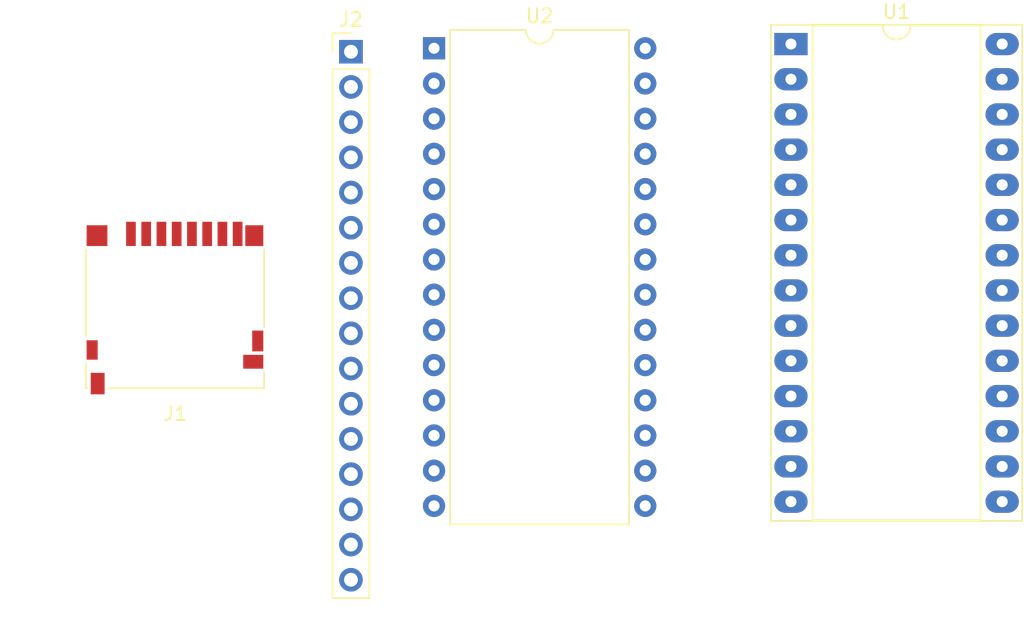
<source format=kicad_pcb>
(kicad_pcb (version 20171130) (host pcbnew "(5.0.0)")

  (general
    (thickness 1.6)
    (drawings 0)
    (tracks 0)
    (zones 0)
    (modules 4)
    (nets 56)
  )

  (page A4)
  (layers
    (0 F.Cu signal)
    (31 B.Cu signal)
    (32 B.Adhes user)
    (33 F.Adhes user)
    (34 B.Paste user)
    (35 F.Paste user)
    (36 B.SilkS user)
    (37 F.SilkS user)
    (38 B.Mask user)
    (39 F.Mask user)
    (40 Dwgs.User user)
    (41 Cmts.User user)
    (42 Eco1.User user)
    (43 Eco2.User user)
    (44 Edge.Cuts user)
    (45 Margin user)
    (46 B.CrtYd user)
    (47 F.CrtYd user)
    (48 B.Fab user)
    (49 F.Fab user)
  )

  (setup
    (last_trace_width 0.25)
    (trace_clearance 0.2)
    (zone_clearance 0.508)
    (zone_45_only no)
    (trace_min 0.2)
    (segment_width 0.2)
    (edge_width 0.15)
    (via_size 0.8)
    (via_drill 0.4)
    (via_min_size 0.4)
    (via_min_drill 0.3)
    (uvia_size 0.3)
    (uvia_drill 0.1)
    (uvias_allowed no)
    (uvia_min_size 0.2)
    (uvia_min_drill 0.1)
    (pcb_text_width 0.3)
    (pcb_text_size 1.5 1.5)
    (mod_edge_width 0.15)
    (mod_text_size 1 1)
    (mod_text_width 0.15)
    (pad_size 1.524 1.524)
    (pad_drill 0.762)
    (pad_to_mask_clearance 0.2)
    (aux_axis_origin 0 0)
    (visible_elements 7FFFFFFF)
    (pcbplotparams
      (layerselection 0x010fc_ffffffff)
      (usegerberextensions false)
      (usegerberattributes false)
      (usegerberadvancedattributes false)
      (creategerberjobfile false)
      (excludeedgelayer true)
      (linewidth 0.100000)
      (plotframeref false)
      (viasonmask false)
      (mode 1)
      (useauxorigin false)
      (hpglpennumber 1)
      (hpglpenspeed 20)
      (hpglpendiameter 15.000000)
      (psnegative false)
      (psa4output false)
      (plotreference true)
      (plotvalue true)
      (plotinvisibletext false)
      (padsonsilk false)
      (subtractmaskfromsilk false)
      (outputformat 1)
      (mirror false)
      (drillshape 1)
      (scaleselection 1)
      (outputdirectory ""))
  )

  (net 0 "")
  (net 1 "Net-(U1-Pad23)")
  (net 2 "Net-(U1-Pad24)")
  (net 3 "Net-(U1-Pad26)")
  (net 4 "Net-(U1-Pad27)")
  (net 5 "Net-(J1-Pad3)")
  (net 6 "Net-(J1-Pad4)")
  (net 7 "Net-(J1-Pad6)")
  (net 8 "Net-(C2-Pad2)")
  (net 9 /D0)
  (net 10 "Net-(C2-Pad1)")
  (net 11 /D1)
  (net 12 "Net-(C1-Pad1)")
  (net 13 /D2)
  (net 14 "Net-(C1-Pad2)")
  (net 15 /D3)
  (net 16 /D4)
  (net 17 /D5)
  (net 18 /R~W)
  (net 19 /D6)
  (net 20 /D7)
  (net 21 /A0)
  (net 22 /A1)
  (net 23 /A2)
  (net 24 +5V)
  (net 25 /A3)
  (net 26 /A4)
  (net 27 GND)
  (net 28 +12V)
  (net 29 "Net-(J1-Pad10)")
  (net 30 "Net-(J1-Pad11)")
  (net 31 "Net-(J1-Pad1)")
  (net 32 "Net-(J1-Pad2)")
  (net 33 "Net-(J1-Pad5)")
  (net 34 "Net-(J1-Pad7)")
  (net 35 "Net-(J1-Pad9)")
  (net 36 "Net-(J1-Pad8)")
  (net 37 /~SID_RES)
  (net 38 /SID_CLK)
  (net 39 /~SID_CS)
  (net 40 /A12)
  (net 41 /A7)
  (net 42 /A6)
  (net 43 /A5)
  (net 44 /A10)
  (net 45 /~EPROM_OE)
  (net 46 /A11)
  (net 47 /A9)
  (net 48 /A8)
  (net 49 /A13)
  (net 50 /A14)
  (net 51 "Net-(J2-Pad3)")
  (net 52 /LCD_RS)
  (net 53 /LCD_E)
  (net 54 "Net-(J2-Pad15)")
  (net 55 "Net-(J2-Pad16)")

  (net_class Default "This is the default net class."
    (clearance 0.2)
    (trace_width 0.25)
    (via_dia 0.8)
    (via_drill 0.4)
    (uvia_dia 0.3)
    (uvia_drill 0.1)
    (add_net +12V)
    (add_net +5V)
    (add_net /A0)
    (add_net /A1)
    (add_net /A10)
    (add_net /A11)
    (add_net /A12)
    (add_net /A13)
    (add_net /A14)
    (add_net /A2)
    (add_net /A3)
    (add_net /A4)
    (add_net /A5)
    (add_net /A6)
    (add_net /A7)
    (add_net /A8)
    (add_net /A9)
    (add_net /D0)
    (add_net /D1)
    (add_net /D2)
    (add_net /D3)
    (add_net /D4)
    (add_net /D5)
    (add_net /D6)
    (add_net /D7)
    (add_net /LCD_E)
    (add_net /LCD_RS)
    (add_net /R~W)
    (add_net /SID_CLK)
    (add_net /~EPROM_OE)
    (add_net /~SID_CS)
    (add_net /~SID_RES)
    (add_net GND)
    (add_net "Net-(C1-Pad1)")
    (add_net "Net-(C1-Pad2)")
    (add_net "Net-(C2-Pad1)")
    (add_net "Net-(C2-Pad2)")
    (add_net "Net-(J1-Pad1)")
    (add_net "Net-(J1-Pad10)")
    (add_net "Net-(J1-Pad11)")
    (add_net "Net-(J1-Pad2)")
    (add_net "Net-(J1-Pad3)")
    (add_net "Net-(J1-Pad4)")
    (add_net "Net-(J1-Pad5)")
    (add_net "Net-(J1-Pad6)")
    (add_net "Net-(J1-Pad7)")
    (add_net "Net-(J1-Pad8)")
    (add_net "Net-(J1-Pad9)")
    (add_net "Net-(J2-Pad15)")
    (add_net "Net-(J2-Pad16)")
    (add_net "Net-(J2-Pad3)")
    (add_net "Net-(U1-Pad23)")
    (add_net "Net-(U1-Pad24)")
    (add_net "Net-(U1-Pad26)")
    (add_net "Net-(U1-Pad27)")
  )

  (module Connector_PinHeader_2.54mm:PinHeader_1x16_P2.54mm_Vertical (layer F.Cu) (tedit 59FED5CC) (tstamp 5BE7764C)
    (at 134.62 88.185001)
    (descr "Through hole straight pin header, 1x16, 2.54mm pitch, single row")
    (tags "Through hole pin header THT 1x16 2.54mm single row")
    (path /5BC33065)
    (fp_text reference J2 (at 0 -2.33) (layer F.SilkS)
      (effects (font (size 1 1) (thickness 0.15)))
    )
    (fp_text value "LCD Connector" (at 0 40.43) (layer F.Fab)
      (effects (font (size 1 1) (thickness 0.15)))
    )
    (fp_line (start -0.635 -1.27) (end 1.27 -1.27) (layer F.Fab) (width 0.1))
    (fp_line (start 1.27 -1.27) (end 1.27 39.37) (layer F.Fab) (width 0.1))
    (fp_line (start 1.27 39.37) (end -1.27 39.37) (layer F.Fab) (width 0.1))
    (fp_line (start -1.27 39.37) (end -1.27 -0.635) (layer F.Fab) (width 0.1))
    (fp_line (start -1.27 -0.635) (end -0.635 -1.27) (layer F.Fab) (width 0.1))
    (fp_line (start -1.33 39.43) (end 1.33 39.43) (layer F.SilkS) (width 0.12))
    (fp_line (start -1.33 1.27) (end -1.33 39.43) (layer F.SilkS) (width 0.12))
    (fp_line (start 1.33 1.27) (end 1.33 39.43) (layer F.SilkS) (width 0.12))
    (fp_line (start -1.33 1.27) (end 1.33 1.27) (layer F.SilkS) (width 0.12))
    (fp_line (start -1.33 0) (end -1.33 -1.33) (layer F.SilkS) (width 0.12))
    (fp_line (start -1.33 -1.33) (end 0 -1.33) (layer F.SilkS) (width 0.12))
    (fp_line (start -1.8 -1.8) (end -1.8 39.9) (layer F.CrtYd) (width 0.05))
    (fp_line (start -1.8 39.9) (end 1.8 39.9) (layer F.CrtYd) (width 0.05))
    (fp_line (start 1.8 39.9) (end 1.8 -1.8) (layer F.CrtYd) (width 0.05))
    (fp_line (start 1.8 -1.8) (end -1.8 -1.8) (layer F.CrtYd) (width 0.05))
    (fp_text user %R (at 0 19.05 90) (layer F.Fab)
      (effects (font (size 1 1) (thickness 0.15)))
    )
    (pad 1 thru_hole rect (at 0 0) (size 1.7 1.7) (drill 1) (layers *.Cu *.Mask)
      (net 27 GND))
    (pad 2 thru_hole oval (at 0 2.54) (size 1.7 1.7) (drill 1) (layers *.Cu *.Mask)
      (net 24 +5V))
    (pad 3 thru_hole oval (at 0 5.08) (size 1.7 1.7) (drill 1) (layers *.Cu *.Mask)
      (net 51 "Net-(J2-Pad3)"))
    (pad 4 thru_hole oval (at 0 7.62) (size 1.7 1.7) (drill 1) (layers *.Cu *.Mask)
      (net 52 /LCD_RS))
    (pad 5 thru_hole oval (at 0 10.16) (size 1.7 1.7) (drill 1) (layers *.Cu *.Mask)
      (net 18 /R~W))
    (pad 6 thru_hole oval (at 0 12.7) (size 1.7 1.7) (drill 1) (layers *.Cu *.Mask)
      (net 53 /LCD_E))
    (pad 7 thru_hole oval (at 0 15.24) (size 1.7 1.7) (drill 1) (layers *.Cu *.Mask)
      (net 9 /D0))
    (pad 8 thru_hole oval (at 0 17.78) (size 1.7 1.7) (drill 1) (layers *.Cu *.Mask)
      (net 11 /D1))
    (pad 9 thru_hole oval (at 0 20.32) (size 1.7 1.7) (drill 1) (layers *.Cu *.Mask)
      (net 13 /D2))
    (pad 10 thru_hole oval (at 0 22.86) (size 1.7 1.7) (drill 1) (layers *.Cu *.Mask)
      (net 15 /D3))
    (pad 11 thru_hole oval (at 0 25.4) (size 1.7 1.7) (drill 1) (layers *.Cu *.Mask)
      (net 16 /D4))
    (pad 12 thru_hole oval (at 0 27.94) (size 1.7 1.7) (drill 1) (layers *.Cu *.Mask)
      (net 17 /D5))
    (pad 13 thru_hole oval (at 0 30.48) (size 1.7 1.7) (drill 1) (layers *.Cu *.Mask)
      (net 19 /D6))
    (pad 14 thru_hole oval (at 0 33.02) (size 1.7 1.7) (drill 1) (layers *.Cu *.Mask)
      (net 20 /D7))
    (pad 15 thru_hole oval (at 0 35.56) (size 1.7 1.7) (drill 1) (layers *.Cu *.Mask)
      (net 54 "Net-(J2-Pad15)"))
    (pad 16 thru_hole oval (at 0 38.1) (size 1.7 1.7) (drill 1) (layers *.Cu *.Mask)
      (net 55 "Net-(J2-Pad16)"))
    (model ${KISYS3DMOD}/Connector_PinHeader_2.54mm.3dshapes/PinHeader_1x16_P2.54mm_Vertical.wrl
      (at (xyz 0 0 0))
      (scale (xyz 1 1 1))
      (rotate (xyz 0 0 0))
    )
  )

  (module Package_DIP:DIP-28_W15.24mm (layer F.Cu) (tedit 5A02E8C5) (tstamp 5BE77628)
    (at 140.615001 87.935001)
    (descr "28-lead though-hole mounted DIP package, row spacing 15.24 mm (600 mils)")
    (tags "THT DIP DIL PDIP 2.54mm 15.24mm 600mil")
    (path /5BE6E6C4)
    (fp_text reference U2 (at 7.62 -2.33) (layer F.SilkS)
      (effects (font (size 1 1) (thickness 0.15)))
    )
    (fp_text value 27C256 (at 7.62 35.35) (layer F.Fab)
      (effects (font (size 1 1) (thickness 0.15)))
    )
    (fp_arc (start 7.62 -1.33) (end 6.62 -1.33) (angle -180) (layer F.SilkS) (width 0.12))
    (fp_line (start 1.255 -1.27) (end 14.985 -1.27) (layer F.Fab) (width 0.1))
    (fp_line (start 14.985 -1.27) (end 14.985 34.29) (layer F.Fab) (width 0.1))
    (fp_line (start 14.985 34.29) (end 0.255 34.29) (layer F.Fab) (width 0.1))
    (fp_line (start 0.255 34.29) (end 0.255 -0.27) (layer F.Fab) (width 0.1))
    (fp_line (start 0.255 -0.27) (end 1.255 -1.27) (layer F.Fab) (width 0.1))
    (fp_line (start 6.62 -1.33) (end 1.16 -1.33) (layer F.SilkS) (width 0.12))
    (fp_line (start 1.16 -1.33) (end 1.16 34.35) (layer F.SilkS) (width 0.12))
    (fp_line (start 1.16 34.35) (end 14.08 34.35) (layer F.SilkS) (width 0.12))
    (fp_line (start 14.08 34.35) (end 14.08 -1.33) (layer F.SilkS) (width 0.12))
    (fp_line (start 14.08 -1.33) (end 8.62 -1.33) (layer F.SilkS) (width 0.12))
    (fp_line (start -1.05 -1.55) (end -1.05 34.55) (layer F.CrtYd) (width 0.05))
    (fp_line (start -1.05 34.55) (end 16.3 34.55) (layer F.CrtYd) (width 0.05))
    (fp_line (start 16.3 34.55) (end 16.3 -1.55) (layer F.CrtYd) (width 0.05))
    (fp_line (start 16.3 -1.55) (end -1.05 -1.55) (layer F.CrtYd) (width 0.05))
    (fp_text user %R (at 7.62 16.51) (layer F.Fab)
      (effects (font (size 1 1) (thickness 0.15)))
    )
    (pad 1 thru_hole rect (at 0 0) (size 1.6 1.6) (drill 0.8) (layers *.Cu *.Mask)
      (net 24 +5V))
    (pad 15 thru_hole oval (at 15.24 33.02) (size 1.6 1.6) (drill 0.8) (layers *.Cu *.Mask)
      (net 15 /D3))
    (pad 2 thru_hole oval (at 0 2.54) (size 1.6 1.6) (drill 0.8) (layers *.Cu *.Mask)
      (net 40 /A12))
    (pad 16 thru_hole oval (at 15.24 30.48) (size 1.6 1.6) (drill 0.8) (layers *.Cu *.Mask)
      (net 16 /D4))
    (pad 3 thru_hole oval (at 0 5.08) (size 1.6 1.6) (drill 0.8) (layers *.Cu *.Mask)
      (net 41 /A7))
    (pad 17 thru_hole oval (at 15.24 27.94) (size 1.6 1.6) (drill 0.8) (layers *.Cu *.Mask)
      (net 17 /D5))
    (pad 4 thru_hole oval (at 0 7.62) (size 1.6 1.6) (drill 0.8) (layers *.Cu *.Mask)
      (net 42 /A6))
    (pad 18 thru_hole oval (at 15.24 25.4) (size 1.6 1.6) (drill 0.8) (layers *.Cu *.Mask)
      (net 19 /D6))
    (pad 5 thru_hole oval (at 0 10.16) (size 1.6 1.6) (drill 0.8) (layers *.Cu *.Mask)
      (net 43 /A5))
    (pad 19 thru_hole oval (at 15.24 22.86) (size 1.6 1.6) (drill 0.8) (layers *.Cu *.Mask)
      (net 20 /D7))
    (pad 6 thru_hole oval (at 0 12.7) (size 1.6 1.6) (drill 0.8) (layers *.Cu *.Mask)
      (net 26 /A4))
    (pad 20 thru_hole oval (at 15.24 20.32) (size 1.6 1.6) (drill 0.8) (layers *.Cu *.Mask)
      (net 27 GND))
    (pad 7 thru_hole oval (at 0 15.24) (size 1.6 1.6) (drill 0.8) (layers *.Cu *.Mask)
      (net 25 /A3))
    (pad 21 thru_hole oval (at 15.24 17.78) (size 1.6 1.6) (drill 0.8) (layers *.Cu *.Mask)
      (net 44 /A10))
    (pad 8 thru_hole oval (at 0 17.78) (size 1.6 1.6) (drill 0.8) (layers *.Cu *.Mask)
      (net 23 /A2))
    (pad 22 thru_hole oval (at 15.24 15.24) (size 1.6 1.6) (drill 0.8) (layers *.Cu *.Mask)
      (net 45 /~EPROM_OE))
    (pad 9 thru_hole oval (at 0 20.32) (size 1.6 1.6) (drill 0.8) (layers *.Cu *.Mask)
      (net 22 /A1))
    (pad 23 thru_hole oval (at 15.24 12.7) (size 1.6 1.6) (drill 0.8) (layers *.Cu *.Mask)
      (net 46 /A11))
    (pad 10 thru_hole oval (at 0 22.86) (size 1.6 1.6) (drill 0.8) (layers *.Cu *.Mask)
      (net 21 /A0))
    (pad 24 thru_hole oval (at 15.24 10.16) (size 1.6 1.6) (drill 0.8) (layers *.Cu *.Mask)
      (net 47 /A9))
    (pad 11 thru_hole oval (at 0 25.4) (size 1.6 1.6) (drill 0.8) (layers *.Cu *.Mask)
      (net 9 /D0))
    (pad 25 thru_hole oval (at 15.24 7.62) (size 1.6 1.6) (drill 0.8) (layers *.Cu *.Mask)
      (net 48 /A8))
    (pad 12 thru_hole oval (at 0 27.94) (size 1.6 1.6) (drill 0.8) (layers *.Cu *.Mask)
      (net 11 /D1))
    (pad 26 thru_hole oval (at 15.24 5.08) (size 1.6 1.6) (drill 0.8) (layers *.Cu *.Mask)
      (net 49 /A13))
    (pad 13 thru_hole oval (at 0 30.48) (size 1.6 1.6) (drill 0.8) (layers *.Cu *.Mask)
      (net 13 /D2))
    (pad 27 thru_hole oval (at 15.24 2.54) (size 1.6 1.6) (drill 0.8) (layers *.Cu *.Mask)
      (net 50 /A14))
    (pad 14 thru_hole oval (at 0 33.02) (size 1.6 1.6) (drill 0.8) (layers *.Cu *.Mask)
      (net 27 GND))
    (pad 28 thru_hole oval (at 15.24 0) (size 1.6 1.6) (drill 0.8) (layers *.Cu *.Mask)
      (net 24 +5V))
    (model ${KISYS3DMOD}/Package_DIP.3dshapes/DIP-28_W15.24mm.wrl
      (at (xyz 0 0 0))
      (scale (xyz 1 1 1))
      (rotate (xyz 0 0 0))
    )
  )

  (module microSD:microSD_HC_Hirose_DM3D-SF (layer F.Cu) (tedit 5B82D16A) (tstamp 5BE77539)
    (at 121.92 106.68 180)
    (descr "Micro SD, SMD, right-angle, push-pull (https://media.digikey.com/PDF/Data%20Sheets/Hirose%20PDFs/DM3D-SF.pdf)")
    (tags "Micro SD")
    (path /5BEC49D0)
    (attr smd)
    (fp_text reference J1 (at -0.025 -7.625 180) (layer F.SilkS)
      (effects (font (size 1 1) (thickness 0.15)))
    )
    (fp_text value Micro_SD_Card_Det_Hirose_DM3AT (at -0.025 6.975 180) (layer F.Fab)
      (effects (font (size 1 1) (thickness 0.15)))
    )
    (fp_arc (start 5.475 5.475) (end 5.475 5.725) (angle 90) (layer F.Fab) (width 0.1))
    (fp_arc (start 4.725 4.425) (end 4.725 3.925) (angle 90) (layer F.Fab) (width 0.1))
    (fp_arc (start -5.525 5.475) (end -5.275 5.475) (angle 90) (layer F.Fab) (width 0.1))
    (fp_arc (start -4.775 4.425) (end -5.275 4.425) (angle 90) (layer F.Fab) (width 0.1))
    (fp_arc (start -5.025 9.575) (end -5.025 10.075) (angle 90) (layer F.Fab) (width 0.1))
    (fp_arc (start 4.975 9.575) (end 5.475 9.575) (angle 90) (layer F.Fab) (width 0.1))
    (fp_line (start 6.325 -5.785) (end 6.435 -5.785) (layer F.SilkS) (width 0.12))
    (fp_line (start 0.525 -5.725) (end -1.975 -5.725) (layer Dwgs.User) (width 0.1))
    (fp_line (start 6.375 5.725) (end 6.375 -5.725) (layer F.Fab) (width 0.1))
    (fp_line (start 3.575 0.475) (end 3.575 -1.525) (layer Dwgs.User) (width 0.1))
    (fp_line (start 3.075 0.475) (end 3.575 -0.975) (layer Dwgs.User) (width 0.1))
    (fp_line (start 2.575 0.475) (end 3.275 -1.525) (layer Dwgs.User) (width 0.1))
    (fp_line (start 2.075 0.475) (end 2.775 -1.525) (layer Dwgs.User) (width 0.1))
    (fp_line (start 1.575 0.475) (end 2.275 -1.525) (layer Dwgs.User) (width 0.1))
    (fp_line (start 1.075 0.475) (end 1.775 -1.525) (layer Dwgs.User) (width 0.1))
    (fp_line (start 0.575 0.475) (end 1.275 -1.525) (layer Dwgs.User) (width 0.1))
    (fp_line (start 0.075 0.475) (end 0.775 -1.525) (layer Dwgs.User) (width 0.1))
    (fp_line (start -0.425 0.475) (end 0.275 -1.525) (layer Dwgs.User) (width 0.1))
    (fp_line (start -0.925 0.475) (end -0.225 -1.525) (layer Dwgs.User) (width 0.1))
    (fp_line (start -1.425 0.475) (end -0.725 -1.525) (layer Dwgs.User) (width 0.1))
    (fp_line (start -1.925 0.475) (end -1.225 -1.525) (layer Dwgs.User) (width 0.1))
    (fp_line (start -2.425 0.475) (end -1.725 -1.525) (layer Dwgs.User) (width 0.1))
    (fp_line (start -2.925 0.475) (end -2.225 -1.525) (layer Dwgs.User) (width 0.1))
    (fp_line (start -3.425 0.475) (end -2.725 -1.525) (layer Dwgs.User) (width 0.1))
    (fp_line (start -4.425 0.475) (end -3.725 -1.525) (layer Dwgs.User) (width 0.1))
    (fp_line (start -6.375 5.725) (end -6.375 -5.725) (layer F.Fab) (width 0.1))
    (fp_line (start -4.925 0.475) (end 3.575 0.475) (layer Dwgs.User) (width 0.1))
    (fp_line (start 0.525 -3.875) (end -1.975 -3.875) (layer Dwgs.User) (width 0.1))
    (fp_line (start -4.925 -1.525) (end 3.575 -1.525) (layer Dwgs.User) (width 0.1))
    (fp_line (start -6.92 -6.72) (end 6.88 -6.72) (layer F.CrtYd) (width 0.05))
    (fp_line (start 6.88 -6.72) (end 6.88 6.28) (layer F.CrtYd) (width 0.05))
    (fp_line (start 6.88 6.28) (end -6.92 6.28) (layer F.CrtYd) (width 0.05))
    (fp_line (start -6.92 6.28) (end -6.92 -6.72) (layer F.CrtYd) (width 0.05))
    (fp_line (start -4.925 -1.525) (end -4.925 0.475) (layer Dwgs.User) (width 0.1))
    (fp_line (start -4.925 0.475) (end -4.225 -1.525) (layer Dwgs.User) (width 0.1))
    (fp_line (start -4.225 -1.525) (end -3.725 -1.525) (layer Dwgs.User) (width 0.1))
    (fp_line (start -3.925 0.475) (end -3.225 -1.525) (layer Dwgs.User) (width 0.1))
    (fp_line (start -3.225 -1.525) (end -2.725 -1.525) (layer Dwgs.User) (width 0.1))
    (fp_line (start -6.375 -5.725) (end 6.375 -5.725) (layer F.Fab) (width 0.1))
    (fp_line (start -1.975 -5.725) (end -1.975 -3.875) (layer Dwgs.User) (width 0.1))
    (fp_line (start 0.525 -3.875) (end 0.525 -5.725) (layer Dwgs.User) (width 0.1))
    (fp_line (start -1.925 -3.875) (end -1.525 -5.725) (layer Dwgs.User) (width 0.1))
    (fp_line (start -1.025 -5.725) (end -1.525 -3.875) (layer Dwgs.User) (width 0.1))
    (fp_line (start -1.025 -3.875) (end -0.525 -5.725) (layer Dwgs.User) (width 0.1))
    (fp_line (start -0.025 -5.725) (end -0.525 -3.875) (layer Dwgs.User) (width 0.1))
    (fp_line (start -0.025 -3.875) (end 0.475 -5.725) (layer Dwgs.User) (width 0.1))
    (fp_line (start -5.525 -6.975) (end 4.175 -6.975) (layer F.Fab) (width 0.1))
    (fp_line (start 4.175 -5.725) (end 4.175 -6.975) (layer F.Fab) (width 0.1))
    (fp_line (start -5.525 -5.725) (end -5.525 -6.975) (layer F.Fab) (width 0.1))
    (fp_line (start -4.775 3.925) (end 4.725 3.925) (layer F.Fab) (width 0.1))
    (fp_line (start -6.375 5.725) (end -5.525 5.725) (layer F.Fab) (width 0.1))
    (fp_line (start -5.275 5.475) (end -5.275 4.425) (layer F.Fab) (width 0.1))
    (fp_line (start 5.225 5.475) (end 5.225 4.425) (layer F.Fab) (width 0.1))
    (fp_line (start 5.475 5.725) (end 6.375 5.725) (layer F.Fab) (width 0.1))
    (fp_line (start -5.525 5.725) (end -5.525 9.575) (layer F.Fab) (width 0.1))
    (fp_line (start -5.025 10.075) (end 4.975 10.075) (layer F.Fab) (width 0.1))
    (fp_line (start 5.475 9.575) (end 5.475 5.725) (layer F.Fab) (width 0.1))
    (fp_line (start -6.435 -4.625) (end -6.435 -5.785) (layer F.SilkS) (width 0.12))
    (fp_line (start -6.435 -5.785) (end 4.825 -5.785) (layer F.SilkS) (width 0.12))
    (fp_line (start 6.435 -5.785) (end 6.435 -3.975) (layer F.SilkS) (width 0.12))
    (fp_line (start -6.435 -1.375) (end -6.435 4.225) (layer F.SilkS) (width 0.12))
    (fp_line (start 6.435 -2.075) (end 6.435 4.225) (layer F.SilkS) (width 0.12))
    (fp_text user KEEPOUT (at -0.725 -4.8 180) (layer Cmts.User)
      (effects (font (size 0.4 0.4) (thickness 0.06)))
    )
    (fp_text user %R (at -0.025 1.475 180) (layer F.Fab)
      (effects (font (size 1 1) (thickness 0.1)))
    )
    (fp_text user KEEPOUT (at -0.275 -0.525 180) (layer Cmts.User)
      (effects (font (size 1 1) (thickness 0.1)))
    )
    (pad 10 smd rect (at 5.575 -5.45 180) (size 1 1.55) (layers F.Cu F.Paste F.Mask)
      (net 29 "Net-(J1-Pad10)"))
    (pad 11 smd rect (at 5.625 5.225 180) (size 1.5 1.5) (layers F.Cu F.Paste F.Mask)
      (net 30 "Net-(J1-Pad11)"))
    (pad 1 smd rect (at 3.175 5.35 180) (size 0.7 1.75) (layers F.Cu F.Paste F.Mask)
      (net 31 "Net-(J1-Pad1)"))
    (pad 2 smd rect (at 2.075 5.35 180) (size 0.7 1.75) (layers F.Cu F.Paste F.Mask)
      (net 32 "Net-(J1-Pad2)"))
    (pad 3 smd rect (at 0.975 5.35 180) (size 0.7 1.75) (layers F.Cu F.Paste F.Mask)
      (net 5 "Net-(J1-Pad3)"))
    (pad 4 smd rect (at -0.125 5.35 180) (size 0.7 1.75) (layers F.Cu F.Paste F.Mask)
      (net 6 "Net-(J1-Pad4)"))
    (pad 5 smd rect (at -1.225 5.35 180) (size 0.7 1.75) (layers F.Cu F.Paste F.Mask)
      (net 33 "Net-(J1-Pad5)"))
    (pad 6 smd rect (at -2.325 5.35 180) (size 0.7 1.75) (layers F.Cu F.Paste F.Mask)
      (net 7 "Net-(J1-Pad6)"))
    (pad 7 smd rect (at -3.425 5.35 180) (size 0.7 1.75) (layers F.Cu F.Paste F.Mask)
      (net 34 "Net-(J1-Pad7)"))
    (pad 11 smd rect (at 5.975 -3.025 180) (size 0.8 1.4) (layers F.Cu F.Paste F.Mask)
      (net 30 "Net-(J1-Pad11)"))
    (pad 9 smd rect (at -5.65 -3.875 180) (size 1.45 1) (layers F.Cu F.Paste F.Mask)
      (net 35 "Net-(J1-Pad9)"))
    (pad 11 smd rect (at -5.975 -2.375 180) (size 0.8 1.5) (layers F.Cu F.Paste F.Mask)
      (net 30 "Net-(J1-Pad11)"))
    (pad 11 smd rect (at -5.725 5.225 180) (size 1.3 1.5) (layers F.Cu F.Paste F.Mask)
      (net 30 "Net-(J1-Pad11)"))
    (pad 8 smd rect (at -4.525 5.35 180) (size 0.7 1.75) (layers F.Cu F.Paste F.Mask)
      (net 36 "Net-(J1-Pad8)"))
    (model ${KISYS3DMOD}/Connector_Card.3dshapes/microSD_HC_Hirose_DM3D-SF.wrl
      (at (xyz 0 0 0))
      (scale (xyz 1 1 1))
      (rotate (xyz 0 0 0))
    )
  )

  (module Package_DIP:DIP-28_W15.24mm_Socket_LongPads (layer F.Cu) (tedit 5A02E8C5) (tstamp 5BD050DE)
    (at 166.37 87.63)
    (descr "28-lead though-hole mounted DIP package, row spacing 15.24 mm (600 mils), Socket, LongPads")
    (tags "THT DIP DIL PDIP 2.54mm 15.24mm 600mil Socket LongPads")
    (path /5BC3E16D)
    (fp_text reference U1 (at 7.62 -2.33) (layer F.SilkS)
      (effects (font (size 1 1) (thickness 0.15)))
    )
    (fp_text value 6581SID (at 7.62 35.35) (layer F.Fab)
      (effects (font (size 1 1) (thickness 0.15)))
    )
    (fp_arc (start 7.62 -1.33) (end 6.62 -1.33) (angle -180) (layer F.SilkS) (width 0.12))
    (fp_line (start 1.255 -1.27) (end 14.985 -1.27) (layer F.Fab) (width 0.1))
    (fp_line (start 14.985 -1.27) (end 14.985 34.29) (layer F.Fab) (width 0.1))
    (fp_line (start 14.985 34.29) (end 0.255 34.29) (layer F.Fab) (width 0.1))
    (fp_line (start 0.255 34.29) (end 0.255 -0.27) (layer F.Fab) (width 0.1))
    (fp_line (start 0.255 -0.27) (end 1.255 -1.27) (layer F.Fab) (width 0.1))
    (fp_line (start -1.27 -1.33) (end -1.27 34.35) (layer F.Fab) (width 0.1))
    (fp_line (start -1.27 34.35) (end 16.51 34.35) (layer F.Fab) (width 0.1))
    (fp_line (start 16.51 34.35) (end 16.51 -1.33) (layer F.Fab) (width 0.1))
    (fp_line (start 16.51 -1.33) (end -1.27 -1.33) (layer F.Fab) (width 0.1))
    (fp_line (start 6.62 -1.33) (end 1.56 -1.33) (layer F.SilkS) (width 0.12))
    (fp_line (start 1.56 -1.33) (end 1.56 34.35) (layer F.SilkS) (width 0.12))
    (fp_line (start 1.56 34.35) (end 13.68 34.35) (layer F.SilkS) (width 0.12))
    (fp_line (start 13.68 34.35) (end 13.68 -1.33) (layer F.SilkS) (width 0.12))
    (fp_line (start 13.68 -1.33) (end 8.62 -1.33) (layer F.SilkS) (width 0.12))
    (fp_line (start -1.44 -1.39) (end -1.44 34.41) (layer F.SilkS) (width 0.12))
    (fp_line (start -1.44 34.41) (end 16.68 34.41) (layer F.SilkS) (width 0.12))
    (fp_line (start 16.68 34.41) (end 16.68 -1.39) (layer F.SilkS) (width 0.12))
    (fp_line (start 16.68 -1.39) (end -1.44 -1.39) (layer F.SilkS) (width 0.12))
    (fp_line (start -1.55 -1.6) (end -1.55 34.65) (layer F.CrtYd) (width 0.05))
    (fp_line (start -1.55 34.65) (end 16.8 34.65) (layer F.CrtYd) (width 0.05))
    (fp_line (start 16.8 34.65) (end 16.8 -1.6) (layer F.CrtYd) (width 0.05))
    (fp_line (start 16.8 -1.6) (end -1.55 -1.6) (layer F.CrtYd) (width 0.05))
    (fp_text user %R (at 7.62 16.51) (layer F.Fab)
      (effects (font (size 1 1) (thickness 0.15)))
    )
    (pad 1 thru_hole rect (at 0 0) (size 2.4 1.6) (drill 0.8) (layers *.Cu *.Mask)
      (net 8 "Net-(C2-Pad2)"))
    (pad 15 thru_hole oval (at 15.24 33.02) (size 2.4 1.6) (drill 0.8) (layers *.Cu *.Mask)
      (net 9 /D0))
    (pad 2 thru_hole oval (at 0 2.54) (size 2.4 1.6) (drill 0.8) (layers *.Cu *.Mask)
      (net 10 "Net-(C2-Pad1)"))
    (pad 16 thru_hole oval (at 15.24 30.48) (size 2.4 1.6) (drill 0.8) (layers *.Cu *.Mask)
      (net 11 /D1))
    (pad 3 thru_hole oval (at 0 5.08) (size 2.4 1.6) (drill 0.8) (layers *.Cu *.Mask)
      (net 12 "Net-(C1-Pad1)"))
    (pad 17 thru_hole oval (at 15.24 27.94) (size 2.4 1.6) (drill 0.8) (layers *.Cu *.Mask)
      (net 13 /D2))
    (pad 4 thru_hole oval (at 0 7.62) (size 2.4 1.6) (drill 0.8) (layers *.Cu *.Mask)
      (net 14 "Net-(C1-Pad2)"))
    (pad 18 thru_hole oval (at 15.24 25.4) (size 2.4 1.6) (drill 0.8) (layers *.Cu *.Mask)
      (net 15 /D3))
    (pad 5 thru_hole oval (at 0 10.16) (size 2.4 1.6) (drill 0.8) (layers *.Cu *.Mask)
      (net 37 /~SID_RES))
    (pad 19 thru_hole oval (at 15.24 22.86) (size 2.4 1.6) (drill 0.8) (layers *.Cu *.Mask)
      (net 16 /D4))
    (pad 6 thru_hole oval (at 0 12.7) (size 2.4 1.6) (drill 0.8) (layers *.Cu *.Mask)
      (net 38 /SID_CLK))
    (pad 20 thru_hole oval (at 15.24 20.32) (size 2.4 1.6) (drill 0.8) (layers *.Cu *.Mask)
      (net 17 /D5))
    (pad 7 thru_hole oval (at 0 15.24) (size 2.4 1.6) (drill 0.8) (layers *.Cu *.Mask)
      (net 18 /R~W))
    (pad 21 thru_hole oval (at 15.24 17.78) (size 2.4 1.6) (drill 0.8) (layers *.Cu *.Mask)
      (net 19 /D6))
    (pad 8 thru_hole oval (at 0 17.78) (size 2.4 1.6) (drill 0.8) (layers *.Cu *.Mask)
      (net 39 /~SID_CS))
    (pad 22 thru_hole oval (at 15.24 15.24) (size 2.4 1.6) (drill 0.8) (layers *.Cu *.Mask)
      (net 20 /D7))
    (pad 9 thru_hole oval (at 0 20.32) (size 2.4 1.6) (drill 0.8) (layers *.Cu *.Mask)
      (net 21 /A0))
    (pad 23 thru_hole oval (at 15.24 12.7) (size 2.4 1.6) (drill 0.8) (layers *.Cu *.Mask)
      (net 1 "Net-(U1-Pad23)"))
    (pad 10 thru_hole oval (at 0 22.86) (size 2.4 1.6) (drill 0.8) (layers *.Cu *.Mask)
      (net 22 /A1))
    (pad 24 thru_hole oval (at 15.24 10.16) (size 2.4 1.6) (drill 0.8) (layers *.Cu *.Mask)
      (net 2 "Net-(U1-Pad24)"))
    (pad 11 thru_hole oval (at 0 25.4) (size 2.4 1.6) (drill 0.8) (layers *.Cu *.Mask)
      (net 23 /A2))
    (pad 25 thru_hole oval (at 15.24 7.62) (size 2.4 1.6) (drill 0.8) (layers *.Cu *.Mask)
      (net 24 +5V))
    (pad 12 thru_hole oval (at 0 27.94) (size 2.4 1.6) (drill 0.8) (layers *.Cu *.Mask)
      (net 25 /A3))
    (pad 26 thru_hole oval (at 15.24 5.08) (size 2.4 1.6) (drill 0.8) (layers *.Cu *.Mask)
      (net 3 "Net-(U1-Pad26)"))
    (pad 13 thru_hole oval (at 0 30.48) (size 2.4 1.6) (drill 0.8) (layers *.Cu *.Mask)
      (net 26 /A4))
    (pad 27 thru_hole oval (at 15.24 2.54) (size 2.4 1.6) (drill 0.8) (layers *.Cu *.Mask)
      (net 4 "Net-(U1-Pad27)"))
    (pad 14 thru_hole oval (at 0 33.02) (size 2.4 1.6) (drill 0.8) (layers *.Cu *.Mask)
      (net 27 GND))
    (pad 28 thru_hole oval (at 15.24 0) (size 2.4 1.6) (drill 0.8) (layers *.Cu *.Mask)
      (net 28 +12V))
    (model ${KISYS3DMOD}/Package_DIP.3dshapes/DIP-28_W15.24mm_Socket.wrl
      (at (xyz 0 0 0))
      (scale (xyz 1 1 1))
      (rotate (xyz 0 0 0))
    )
  )

)

</source>
